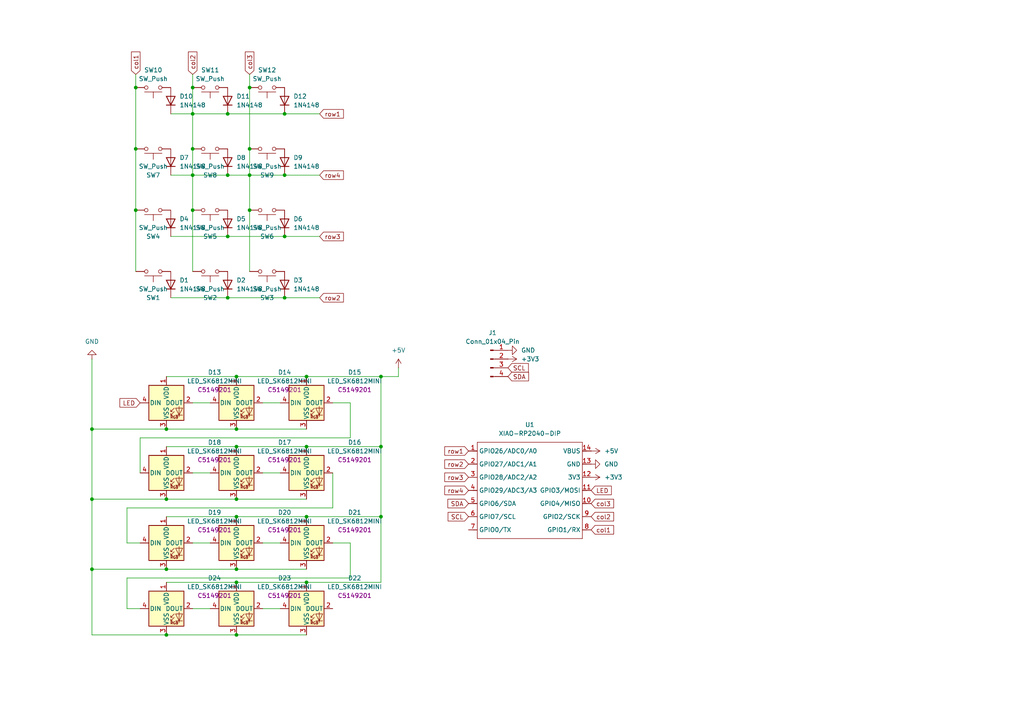
<source format=kicad_sch>
(kicad_sch (version 20231120) (generator "eeschema") (generator_version "8.0")
  (paper "A4")
  (lib_symbols
    (symbol "Connector:Conn_01x04_Pin" (pin_names (offset 1.016) hide)
      (property "Reference" "J" (at 0 5.08 0))
      (property "Value" "Conn_01x04_Pin" (at 0 -7.62 0))
      (symbol "Conn_01x04_Pin_1_1"
        (polyline (pts (xy 1.27 -5.08) (xy 0.8636 -5.08)) (stroke (width 0.1524)))
        (polyline (pts (xy 1.27 -2.54) (xy 0.8636 -2.54)) (stroke (width 0.1524)))
        (polyline (pts (xy 1.27 0) (xy 0.8636 0)) (stroke (width 0.1524)))
        (polyline (pts (xy 1.27 2.54) (xy 0.8636 2.54)) (stroke (width 0.1524)))
        (rectangle (start 0.8636 -4.953) (end 0 -5.207) (stroke (width 0.1524)) (fill (type outline)))
        (rectangle (start 0.8636 -2.413) (end 0 -2.667) (stroke (width 0.1524)) (fill (type outline)))
        (rectangle (start 0.8636 0.127) (end 0 -0.127) (stroke (width 0.1524)) (fill (type outline)))
        (rectangle (start 0.8636 2.667) (end 0 2.413) (stroke (width 0.1524)) (fill (type outline)))
        (pin passive line (at 5.08 2.54 180) (length 3.81) (name "Pin_1") (number "1"))
        (pin passive line (at 5.08 0 180) (length 3.81) (name "Pin_2") (number "2"))
        (pin passive line (at 5.08 -2.54 180) (length 3.81) (name "Pin_3") (number "3"))
        (pin passive line (at 5.08 -5.08 180) (length 3.81) (name "Pin_4") (number "4"))
      )
    )
    (symbol "Diode:1N4148" (pin_numbers hide) (pin_names hide)
      (property "Reference" "D" (at 0 2.54 0))
      (property "Value" "1N4148" (at 0 -2.54 0))
      (symbol "1N4148_0_1"
        (polyline (pts (xy -1.27 1.27) (xy -1.27 -1.27)) (stroke (width 0.254)))
        (polyline (pts (xy 1.27 0) (xy -1.27 0)))
        (polyline (pts (xy 1.27 1.27) (xy 1.27 -1.27) (xy -1.27 0) (xy 1.27 1.27)) (stroke (width 0.254)))
      )
      (symbol "1N4148_1_1"
        (pin passive line (at -3.81 0 0) (length 2.54) (name "K") (number "1"))
        (pin passive line (at 3.81 0 180) (length 2.54) (name "A") (number "2"))
      )
    )
    (symbol "ScottoKeebs:LED_SK6812MINI" (pin_names (offset 0.254))
      (property "Reference" "D" (at 2.032 5.588 0))
      (property "Value" "LED_SK6812MINI" (at 1.27 -5.715 0))
      (property "LCSC" "C5149201" (at 0 0 0))
      (symbol "LED_SK6812MINI_0_0"
        (text "RGB" (at 2.286 -4.191 0) (effects (font (size 0.762 0.762))))
      )
      (symbol "LED_SK6812MINI_0_1"
        (rectangle (start -5.08 5.08) (end 5.08 -5.08) (stroke (width 0.254)) (fill (type background)))
        (polyline (pts (xy 1.27 -3.556) (xy 1.778 -3.556)))
        (polyline (pts (xy 1.27 -2.54) (xy 1.778 -2.54)))
        (polyline (pts (xy 4.699 -3.556) (xy 2.667 -3.556)))
        (polyline (pts (xy 2.286 -2.54) (xy 1.27 -3.556) (xy 1.27 -3.048)))
        (polyline (pts (xy 2.286 -1.524) (xy 1.27 -2.54) (xy 1.27 -2.032)))
        (polyline (pts (xy 3.683 -1.016) (xy 3.683 -3.556) (xy 3.683 -4.064)))
        (polyline (pts (xy 4.699 -1.524) (xy 2.667 -1.524) (xy 3.683 -3.556) (xy 4.699 -1.524)))
      )
      (symbol "LED_SK6812MINI_1_1"
        (pin power_in line (at 0 7.62 270) (length 2.54) (name "VDD") (number "1"))
        (pin output line (at 7.62 0 180) (length 2.54) (name "DOUT") (number "2"))
        (pin power_in line (at 0 -7.62 90) (length 2.54) (name "VSS") (number "3"))
        (pin input line (at -7.62 0 0) (length 2.54) (name "DIN") (number "4"))
      )
    )
    (symbol "Seeed_Studio_XIAO_Series:XIAO-RP2040-DIP"
      (property "Reference" "U" (at 0 0 0))
      (property "Value" "XIAO-RP2040-DIP" (at 5.334 -1.778 0))
      (symbol "XIAO-RP2040-DIP_1_0"
        (polyline (pts (xy -1.27 -30.48) (xy -1.27 -16.51)) (stroke (width 0.1524)))
        (polyline (pts (xy -1.27 -27.94) (xy -2.54 -27.94)) (stroke (width 0.1524)))
        (polyline (pts (xy -1.27 -24.13) (xy -2.54 -24.13)) (stroke (width 0.1524)))
        (polyline (pts (xy -1.27 -20.32) (xy -2.54 -20.32)) (stroke (width 0.1524)))
        (polyline (pts (xy -1.27 -16.51) (xy -2.54 -16.51)) (stroke (width 0.1524)))
        (polyline (pts (xy -1.27 -16.51) (xy -1.27 -12.7)) (stroke (width 0.1524)))
        (polyline (pts (xy -1.27 -12.7) (xy -2.54 -12.7)) (stroke (width 0.1524)))
        (polyline (pts (xy -1.27 -12.7) (xy -1.27 -8.89)) (stroke (width 0.1524)))
        (polyline (pts (xy -1.27 -8.89) (xy -2.54 -8.89)) (stroke (width 0.1524)))
        (polyline (pts (xy -1.27 -8.89) (xy -1.27 -5.08)) (stroke (width 0.1524)))
        (polyline (pts (xy -1.27 -5.08) (xy -2.54 -5.08)) (stroke (width 0.1524)))
        (polyline (pts (xy -1.27 -5.08) (xy -1.27 -2.54)) (stroke (width 0.1524)))
        (polyline (pts (xy -1.27 -2.54) (xy 29.21 -2.54)) (stroke (width 0.1524)))
        (polyline (pts (xy 29.21 -30.48) (xy -1.27 -30.48)) (stroke (width 0.1524)))
        (polyline (pts (xy 29.21 -12.7) (xy 29.21 -30.48)) (stroke (width 0.1524)))
        (polyline (pts (xy 29.21 -8.89) (xy 29.21 -12.7)) (stroke (width 0.1524)))
        (polyline (pts (xy 29.21 -5.08) (xy 29.21 -8.89)) (stroke (width 0.1524)))
        (polyline (pts (xy 29.21 -2.54) (xy 29.21 -5.08)) (stroke (width 0.1524)))
        (polyline (pts (xy 30.48 -27.94) (xy 29.21 -27.94)) (stroke (width 0.1524)))
        (polyline (pts (xy 30.48 -24.13) (xy 29.21 -24.13)) (stroke (width 0.1524)))
        (polyline (pts (xy 30.48 -20.32) (xy 29.21 -20.32)) (stroke (width 0.1524)))
        (polyline (pts (xy 30.48 -16.51) (xy 29.21 -16.51)) (stroke (width 0.1524)))
        (polyline (pts (xy 30.48 -12.7) (xy 29.21 -12.7)) (stroke (width 0.1524)))
        (polyline (pts (xy 30.48 -8.89) (xy 29.21 -8.89)) (stroke (width 0.1524)))
        (polyline (pts (xy 30.48 -5.08) (xy 29.21 -5.08)) (stroke (width 0.1524)))
        (pin passive line (at -3.81 -5.08 0) (length 2.54) (name "GPIO26/ADC0/A0") (number "1"))
        (pin passive line (at 31.75 -20.32 180) (length 2.54) (name "GPIO4/MISO") (number "10"))
        (pin passive line (at 31.75 -16.51 180) (length 2.54) (name "GPIO3/MOSI") (number "11"))
        (pin passive line (at 31.75 -12.7 180) (length 2.54) (name "3V3") (number "12"))
        (pin passive line (at 31.75 -8.89 180) (length 2.54) (name "GND") (number "13"))
        (pin passive line (at 31.75 -5.08 180) (length 2.54) (name "VBUS") (number "14"))
        (pin passive line (at -3.81 -8.89 0) (length 2.54) (name "GPIO27/ADC1/A1") (number "2"))
        (pin passive line (at -3.81 -12.7 0) (length 2.54) (name "GPIO28/ADC2/A2") (number "3"))
        (pin passive line (at -3.81 -16.51 0) (length 2.54) (name "GPIO29/ADC3/A3") (number "4"))
        (pin passive line (at -3.81 -20.32 0) (length 2.54) (name "GPIO6/SDA") (number "5"))
        (pin passive line (at -3.81 -24.13 0) (length 2.54) (name "GPIO7/SCL") (number "6"))
        (pin passive line (at -3.81 -27.94 0) (length 2.54) (name "GPIO0/TX") (number "7"))
        (pin passive line (at 31.75 -27.94 180) (length 2.54) (name "GPIO1/RX") (number "8"))
        (pin passive line (at 31.75 -24.13 180) (length 2.54) (name "GPIO2/SCK") (number "9"))
      )
    )
    (symbol "Switch:SW_Push" (pin_numbers hide) (pin_names (offset 1.016) hide)
      (property "Reference" "SW" (at 1.27 2.54 0))
      (property "Value" "SW_Push" (at 0 -1.524 0))
      (symbol "SW_Push_0_1"
        (circle (center -2.032 0) (radius 0.508))
        (polyline (pts (xy 0 1.27) (xy 0 3.048)))
        (polyline (pts (xy 2.54 1.27) (xy -2.54 1.27)))
        (circle (center 2.032 0) (radius 0.508))
        (pin passive line (at -5.08 0 0) (length 2.54) (name "1") (number "1"))
        (pin passive line (at 5.08 0 180) (length 2.54) (name "2") (number "2"))
      )
    )
    (symbol "power:+3V3" (power) (pin_numbers hide) (pin_names (offset 0) hide)
      (property "Value" "+3V3" (at 0 3.556 0))
      (symbol "+3V3_0_1"
        (polyline (pts (xy -0.762 1.27) (xy 0 2.54)))
        (polyline (pts (xy 0 0) (xy 0 2.54)))
        (polyline (pts (xy 0 2.54) (xy 0.762 1.27)))
      )
      (symbol "+3V3_1_1"
        (pin power_in line (at 0 0 90) (length 0) (name "~") (number "1"))
      )
    )
    (symbol "power:+5V" (power) (pin_numbers hide) (pin_names (offset 0) hide)
      (property "Value" "+5V" (at 0 3.556 0))
      (symbol "+5V_0_1"
        (polyline (pts (xy -0.762 1.27) (xy 0 2.54)))
        (polyline (pts (xy 0 0) (xy 0 2.54)))
        (polyline (pts (xy 0 2.54) (xy 0.762 1.27)))
      )
      (symbol "+5V_1_1"
        (pin power_in line (at 0 0 90) (length 0) (name "~") (number "1"))
      )
    )
    (symbol "power:GND" (power) (pin_numbers hide) (pin_names (offset 0) hide)
      (property "Value" "GND" (at 0 -3.81 0))
      (symbol "GND_0_1"
        (polyline (pts (xy 0 0) (xy 0 -1.27) (xy 1.27 -1.27) (xy 0 -2.54) (xy -1.27 -1.27) (xy 0 -1.27)))
      )
      (symbol "GND_1_1"
        (pin power_in line (at 0 0 270) (length 0) (name "~") (number "1"))
      )
    )
  )
  (junction (at 88.9 168.91))
  (junction (at 55.88 25.4))
  (junction (at 66.04 50.8))
  (junction (at 88.9 129.54))
  (junction (at 55.88 50.8))
  (junction (at 82.55 86.36))
  (junction (at 48.26 144.78))
  (junction (at 26.67 165.1))
  (junction (at 68.58 168.91))
  (junction (at 39.37 60.96))
  (junction (at 72.39 25.4))
  (junction (at 68.58 184.15))
  (junction (at 82.55 68.58))
  (junction (at 72.39 60.96))
  (junction (at 72.39 43.18))
  (junction (at 26.67 144.78))
  (junction (at 68.58 165.1))
  (junction (at 68.58 149.86))
  (junction (at 39.37 25.4))
  (junction (at 39.37 43.18))
  (junction (at 68.58 144.78))
  (junction (at 68.58 129.54))
  (junction (at 55.88 60.96))
  (junction (at 48.26 165.1))
  (junction (at 110.49 149.86))
  (junction (at 55.88 33.02))
  (junction (at 88.9 109.22))
  (junction (at 48.26 184.15))
  (junction (at 88.9 149.86))
  (junction (at 68.58 124.46))
  (junction (at 48.26 124.46))
  (junction (at 82.55 50.8))
  (junction (at 66.04 86.36))
  (junction (at 55.88 43.18))
  (junction (at 26.67 124.46))
  (junction (at 110.49 129.54))
  (junction (at 82.55 33.02))
  (junction (at 66.04 68.58))
  (junction (at 66.04 33.02))
  (junction (at 68.58 109.22))
  (junction (at 110.49 109.22))
  (junction (at 72.39 50.8))
  (wire (pts (xy 88.9 168.91) (xy 110.49 168.91)))
  (wire (pts (xy 49.53 33.02) (xy 55.88 33.02)))
  (wire (pts (xy 55.88 50.8) (xy 55.88 60.96)))
  (wire (pts (xy 82.55 86.36) (xy 92.71 86.36)))
  (wire (pts (xy 48.26 184.15) (xy 68.58 184.15)))
  (wire (pts (xy 96.52 147.32) (xy 36.83 147.32)))
  (wire (pts (xy 48.26 124.46) (xy 68.58 124.46)))
  (wire (pts (xy 48.26 109.22) (xy 68.58 109.22)))
  (wire (pts (xy 66.04 68.58) (xy 82.55 68.58)))
  (wire (pts (xy 110.49 109.22) (xy 110.49 129.54)))
  (wire (pts (xy 72.39 25.4) (xy 72.39 43.18)))
  (wire (pts (xy 48.26 144.78) (xy 68.58 144.78)))
  (wire (pts (xy 39.37 21.59) (xy 39.37 25.4)))
  (wire (pts (xy 55.88 21.59) (xy 55.88 25.4)))
  (wire (pts (xy 68.58 124.46) (xy 88.9 124.46)))
  (wire (pts (xy 68.58 149.86) (xy 88.9 149.86)))
  (wire (pts (xy 68.58 165.1) (xy 88.9 165.1)))
  (wire (pts (xy 68.58 144.78) (xy 88.9 144.78)))
  (wire (pts (xy 101.6 157.48) (xy 101.6 167.64)))
  (wire (pts (xy 36.83 157.48) (xy 40.64 157.48)))
  (wire (pts (xy 55.88 116.84) (xy 60.96 116.84)))
  (wire (pts (xy 48.26 168.91) (xy 68.58 168.91)))
  (wire (pts (xy 110.49 129.54) (xy 110.49 149.86)))
  (wire (pts (xy 26.67 165.1) (xy 26.67 184.15)))
  (wire (pts (xy 66.04 33.02) (xy 82.55 33.02)))
  (wire (pts (xy 36.83 167.64) (xy 36.83 176.53)))
  (wire (pts (xy 96.52 137.16) (xy 96.52 147.32)))
  (wire (pts (xy 76.2 116.84) (xy 81.28 116.84)))
  (wire (pts (xy 55.88 176.53) (xy 60.96 176.53)))
  (wire (pts (xy 26.67 144.78) (xy 26.67 165.1)))
  (wire (pts (xy 49.53 50.8) (xy 55.88 50.8)))
  (wire (pts (xy 101.6 167.64) (xy 36.83 167.64)))
  (wire (pts (xy 26.67 124.46) (xy 48.26 124.46)))
  (wire (pts (xy 88.9 129.54) (xy 110.49 129.54)))
  (wire (pts (xy 76.2 137.16) (xy 81.28 137.16)))
  (wire (pts (xy 68.58 109.22) (xy 88.9 109.22)))
  (wire (pts (xy 82.55 68.58) (xy 92.71 68.58)))
  (wire (pts (xy 39.37 25.4) (xy 39.37 43.18)))
  (wire (pts (xy 26.67 124.46) (xy 26.67 144.78)))
  (wire (pts (xy 26.67 144.78) (xy 48.26 144.78)))
  (wire (pts (xy 55.88 60.96) (xy 55.88 78.74)))
  (wire (pts (xy 26.67 184.15) (xy 48.26 184.15)))
  (wire (pts (xy 55.88 33.02) (xy 66.04 33.02)))
  (wire (pts (xy 68.58 184.15) (xy 88.9 184.15)))
  (wire (pts (xy 72.39 50.8) (xy 72.39 60.96)))
  (wire (pts (xy 26.67 165.1) (xy 48.26 165.1)))
  (wire (pts (xy 39.37 43.18) (xy 39.37 60.96)))
  (wire (pts (xy 66.04 50.8) (xy 72.39 50.8)))
  (wire (pts (xy 36.83 147.32) (xy 36.83 157.48)))
  (wire (pts (xy 36.83 176.53) (xy 40.64 176.53)))
  (wire (pts (xy 66.04 86.36) (xy 82.55 86.36)))
  (wire (pts (xy 96.52 157.48) (xy 101.6 157.48)))
  (wire (pts (xy 55.88 157.48) (xy 60.96 157.48)))
  (wire (pts (xy 55.88 33.02) (xy 55.88 43.18)))
  (wire (pts (xy 68.58 168.91) (xy 88.9 168.91)))
  (wire (pts (xy 55.88 137.16) (xy 60.96 137.16)))
  (wire (pts (xy 55.88 25.4) (xy 55.88 33.02)))
  (wire (pts (xy 72.39 43.18) (xy 72.39 50.8)))
  (wire (pts (xy 115.57 106.68) (xy 115.57 109.22)))
  (wire (pts (xy 72.39 50.8) (xy 82.55 50.8)))
  (wire (pts (xy 72.39 21.59) (xy 72.39 25.4)))
  (wire (pts (xy 88.9 109.22) (xy 110.49 109.22)))
  (wire (pts (xy 72.39 60.96) (xy 72.39 78.74)))
  (wire (pts (xy 110.49 149.86) (xy 110.49 168.91)))
  (wire (pts (xy 48.26 165.1) (xy 68.58 165.1)))
  (wire (pts (xy 26.67 104.14) (xy 26.67 124.46)))
  (wire (pts (xy 55.88 50.8) (xy 66.04 50.8)))
  (wire (pts (xy 48.26 129.54) (xy 68.58 129.54)))
  (wire (pts (xy 55.88 43.18) (xy 55.88 50.8)))
  (wire (pts (xy 39.37 60.96) (xy 39.37 78.74)))
  (wire (pts (xy 40.64 127) (xy 40.64 137.16)))
  (wire (pts (xy 88.9 149.86) (xy 110.49 149.86)))
  (wire (pts (xy 96.52 116.84) (xy 101.6 116.84)))
  (wire (pts (xy 101.6 127) (xy 40.64 127)))
  (wire (pts (xy 49.53 86.36) (xy 66.04 86.36)))
  (wire (pts (xy 76.2 176.53) (xy 81.28 176.53)))
  (wire (pts (xy 49.53 68.58) (xy 66.04 68.58)))
  (wire (pts (xy 48.26 149.86) (xy 68.58 149.86)))
  (wire (pts (xy 101.6 116.84) (xy 101.6 127)))
  (wire (pts (xy 110.49 109.22) (xy 115.57 109.22)))
  (wire (pts (xy 76.2 157.48) (xy 81.28 157.48)))
  (wire (pts (xy 82.55 50.8) (xy 92.71 50.8)))
  (wire (pts (xy 68.58 129.54) (xy 88.9 129.54)))
  (wire (pts (xy 82.55 33.02) (xy 92.71 33.02)))
  (global_label "col2" (shape input) (at 55.88 21.59 90) (property "Intersheetrefs" "${INTERSHEET_REFS}" (effects (hide yes))))
  (global_label "row1" (shape input) (at 92.71 33.02 0) (property "Intersheetrefs" "${INTERSHEET_REFS}" (effects (hide yes))))
  (global_label "row2" (shape input) (at 135.89 134.62 180) (property "Intersheetrefs" "${INTERSHEET_REFS}" (effects (hide yes))))
  (global_label "row3" (shape input) (at 92.71 68.58 0) (property "Intersheetrefs" "${INTERSHEET_REFS}" (effects (hide yes))))
  (global_label "row4" (shape input) (at 92.71 50.8 0) (property "Intersheetrefs" "${INTERSHEET_REFS}" (effects (hide yes))))
  (global_label "SDA" (shape input) (at 135.89 146.05 180) (property "Intersheetrefs" "${INTERSHEET_REFS}" (effects (hide yes))))
  (global_label "LED" (shape input) (at 40.64 116.84 180) (property "Intersheetrefs" "${INTERSHEET_REFS}" (effects (hide yes))))
  (global_label "SCL" (shape input) (at 135.89 149.86 180) (property "Intersheetrefs" "${INTERSHEET_REFS}" (effects (hide yes))))
  (global_label "col3" (shape input) (at 72.39 21.59 90) (property "Intersheetrefs" "${INTERSHEET_REFS}" (effects (hide yes))))
  (global_label "col1" (shape input) (at 171.45 153.67 0) (property "Intersheetrefs" "${INTERSHEET_REFS}" (effects (hide yes))))
  (global_label "col1" (shape input) (at 39.37 21.59 90) (property "Intersheetrefs" "${INTERSHEET_REFS}" (effects (hide yes))))
  (global_label "row2" (shape input) (at 92.71 86.36 0) (property "Intersheetrefs" "${INTERSHEET_REFS}" (effects (hide yes))))
  (global_label "LED" (shape input) (at 171.45 142.24 0) (property "Intersheetrefs" "${INTERSHEET_REFS}" (effects (hide yes))))
  (global_label "SCL" (shape input) (at 147.32 106.68 0) (property "Intersheetrefs" "${INTERSHEET_REFS}" (effects (hide yes))))
  (global_label "row3" (shape input) (at 135.89 138.43 180) (property "Intersheetrefs" "${INTERSHEET_REFS}" (effects (hide yes))))
  (global_label "col3" (shape input) (at 171.45 146.05 0) (property "Intersheetrefs" "${INTERSHEET_REFS}" (effects (hide yes))))
  (global_label "row4" (shape input) (at 135.89 142.24 180) (property "Intersheetrefs" "${INTERSHEET_REFS}" (effects (hide yes))))
  (global_label "row1" (shape input) (at 135.89 130.81 180) (property "Intersheetrefs" "${INTERSHEET_REFS}" (effects (hide yes))))
  (global_label "col2" (shape input) (at 171.45 149.86 0) (property "Intersheetrefs" "${INTERSHEET_REFS}" (effects (hide yes))))
  (global_label "SDA" (shape input) (at 147.32 109.22 0) (property "Intersheetrefs" "${INTERSHEET_REFS}" (effects (hide yes))))
  (symbol (lib_id "Switch:SW_Push") (at 60.96 25.4 180) (unit 1)
    (property "Reference" "SW11" (at 60.96 20.32 0))
    (property "Value" "SW_Push" (at 60.96 22.86 0))
    (property "Footprint" "Button_Switch_Keyboard:SW_Cherry_MX_1.00u_PCB" (effects (hide yes)))
    (property "Description" "Push button switch, generic, two pins" (effects (hide yes)))
  )
  (symbol (lib_id "power:GND") (at 26.67 104.14 180) (unit 1)
    (property "Reference" "#PWR4" (effects (hide yes)))
    (property "Value" "GND" (at 26.67 99.06 0))
    (property "Description" "Power symbol creates a global label with name \"GND\" , ground" (effects (hide yes)))
  )
  (symbol (lib_id "Switch:SW_Push") (at 44.45 60.96 180) (unit 1)
    (property "Reference" "SW4" (at 44.45 68.58 0))
    (property "Value" "SW_Push" (at 44.45 66.04 0))
    (property "Footprint" "Button_Switch_Keyboard:SW_Cherry_MX_1.00u_PCB" (effects (hide yes)))
    (property "Description" "Push button switch, generic, two pins" (effects (hide yes)))
  )
  (symbol (lib_id "Switch:SW_Push") (at 44.45 43.18 180) (unit 1)
    (property "Reference" "SW7" (at 44.45 50.8 0))
    (property "Value" "SW_Push" (at 44.45 48.26 0))
    (property "Footprint" "Button_Switch_Keyboard:SW_Cherry_MX_1.00u_PCB" (effects (hide yes)))
    (property "Description" "Push button switch, generic, two pins" (effects (hide yes)))
  )
  (symbol (lib_id "ScottoKeebs:LED_SK6812MINI") (at 48.26 137.16 0) (unit 1)
    (property "Reference" "D18" (at 62.23 128.3014 0))
    (property "Value" "LED_SK6812MINI" (at 62.23 130.8414 0))
    (property "Footprint" "footprints:LED_SK6812MINI" (effects (hide yes)))
    (property "Datasheet" "https://cdn-shop.adafruit.com/product-files/2686/SK6812MINI_REV.01-1-2.pdf" (effects (hide yes)))
    (property "Description" "RGB LED with integrated controller" (effects (hide yes)))
    (property "LCSC" "C5149201" (at 62.23 133.3814 0))
  )
  (symbol (lib_id "Diode:1N4148") (at 66.04 82.55 90) (unit 1)
    (property "Reference" "D2" (at 68.58 81.2799 90) (effects (justify right)))
    (property "Value" "1N4148" (at 68.58 83.8199 90) (effects (justify right)))
    (property "Footprint" "Diode_THT:D_DO-35_SOD27_P7.62mm_Horizontal" (effects (hide yes)))
    (property "Datasheet" "https://assets.nexperia.com/documents/data-sheet/1N4148_1N4448.pdf" (effects (hide yes)))
    (property "Description" "100V 0.15A standard switching diode, DO-35" (effects (hide yes)))
    (property "Sim.Device" "D" (effects (hide yes)))
    (property "Sim.Pins" "1=K 2=A" (effects (hide yes)))
  )
  (symbol (lib_id "ScottoKeebs:LED_SK6812MINI") (at 88.9 137.16 0) (unit 1)
    (property "Reference" "D16" (at 102.87 128.3014 0))
    (property "Value" "LED_SK6812MINI" (at 102.87 130.8414 0))
    (property "Footprint" "footprints:LED_SK6812MINI" (effects (hide yes)))
    (property "Datasheet" "https://cdn-shop.adafruit.com/product-files/2686/SK6812MINI_REV.01-1-2.pdf" (effects (hide yes)))
    (property "Description" "RGB LED with integrated controller" (effects (hide yes)))
    (property "LCSC" "C5149201" (at 102.87 133.3814 0))
  )
  (symbol (lib_id "ScottoKeebs:LED_SK6812MINI") (at 48.26 176.53 0) (unit 1)
    (property "Reference" "D24" (at 62.23 167.6714 0))
    (property "Value" "LED_SK6812MINI" (at 62.23 170.2114 0))
    (property "Footprint" "footprints:LED_SK6812MINI" (effects (hide yes)))
    (property "Datasheet" "https://cdn-shop.adafruit.com/product-files/2686/SK6812MINI_REV.01-1-2.pdf" (effects (hide yes)))
    (property "Description" "RGB LED with integrated controller" (effects (hide yes)))
    (property "LCSC" "C5149201" (at 62.23 172.7514 0))
  )
  (symbol (lib_id "Switch:SW_Push") (at 77.47 43.18 180) (unit 1)
    (property "Reference" "SW9" (at 77.47 50.8 0))
    (property "Value" "SW_Push" (at 77.47 48.26 0))
    (property "Footprint" "Button_Switch_Keyboard:SW_Cherry_MX_1.00u_PCB" (effects (hide yes)))
    (property "Description" "Push button switch, generic, two pins" (effects (hide yes)))
  )
  (symbol (lib_id "Diode:1N4148") (at 49.53 46.99 90) (unit 1)
    (property "Reference" "D7" (at 52.07 45.7199 90) (effects (justify right)))
    (property "Value" "1N4148" (at 52.07 48.2599 90) (effects (justify right)))
    (property "Footprint" "Diode_THT:D_DO-35_SOD27_P7.62mm_Horizontal" (effects (hide yes)))
    (property "Datasheet" "https://assets.nexperia.com/documents/data-sheet/1N4148_1N4448.pdf" (effects (hide yes)))
    (property "Description" "100V 0.15A standard switching diode, DO-35" (effects (hide yes)))
    (property "Sim.Device" "D" (effects (hide yes)))
    (property "Sim.Pins" "1=K 2=A" (effects (hide yes)))
  )
  (symbol (lib_id "Connector:Conn_01x04_Pin") (at 142.24 104.14 0) (unit 1)
    (property "Reference" "J1" (at 142.875 96.52 0))
    (property "Value" "Conn_01x04_Pin" (at 142.875 99.06 0))
    (property "Footprint" "footprints:SSD1306-0.91-OLED-4pin-128x32" (effects (hide yes)))
    (property "Description" "Generic connector, single row, 01x04, script generated" (effects (hide yes)))
  )
  (symbol (lib_id "power:GND") (at 171.45 134.62 90) (unit 1)
    (property "Reference" "#PWR1" (effects (hide yes)))
    (property "Value" "GND" (at 175.26 134.6199 90) (effects (justify right)))
    (property "Description" "Power symbol creates a global label with name \"GND\" , ground" (effects (hide yes)))
  )
  (symbol (lib_id "Diode:1N4148") (at 49.53 29.21 90) (unit 1)
    (property "Reference" "D10" (at 52.07 27.9399 90) (effects (justify right)))
    (property "Value" "1N4148" (at 52.07 30.4799 90) (effects (justify right)))
    (property "Footprint" "Diode_THT:D_DO-35_SOD27_P7.62mm_Horizontal" (effects (hide yes)))
    (property "Datasheet" "https://assets.nexperia.com/documents/data-sheet/1N4148_1N4448.pdf" (effects (hide yes)))
    (property "Description" "100V 0.15A standard switching diode, DO-35" (effects (hide yes)))
    (property "Sim.Device" "D" (effects (hide yes)))
    (property "Sim.Pins" "1=K 2=A" (effects (hide yes)))
  )
  (symbol (lib_id "ScottoKeebs:LED_SK6812MINI") (at 68.58 116.84 0) (unit 1)
    (property "Reference" "D14" (at 82.55 107.9814 0))
    (property "Value" "LED_SK6812MINI" (at 82.55 110.5214 0))
    (property "Footprint" "footprints:LED_SK6812MINI" (effects (hide yes)))
    (property "Datasheet" "https://cdn-shop.adafruit.com/product-files/2686/SK6812MINI_REV.01-1-2.pdf" (effects (hide yes)))
    (property "Description" "RGB LED with integrated controller" (effects (hide yes)))
    (property "LCSC" "C5149201" (at 82.55 113.0614 0))
  )
  (symbol (lib_id "Switch:SW_Push") (at 77.47 25.4 180) (unit 1)
    (property "Reference" "SW12" (at 77.47 20.32 0))
    (property "Value" "SW_Push" (at 77.47 22.86 0))
    (property "Footprint" "Button_Switch_Keyboard:SW_Cherry_MX_1.00u_PCB" (effects (hide yes)))
    (property "Description" "Push button switch, generic, two pins" (effects (hide yes)))
  )
  (symbol (lib_id "Diode:1N4148") (at 82.55 82.55 90) (unit 1)
    (property "Reference" "D3" (at 85.09 81.2799 90) (effects (justify right)))
    (property "Value" "1N4148" (at 85.09 83.8199 90) (effects (justify right)))
    (property "Footprint" "Diode_THT:D_DO-35_SOD27_P7.62mm_Horizontal" (effects (hide yes)))
    (property "Datasheet" "https://assets.nexperia.com/documents/data-sheet/1N4148_1N4448.pdf" (effects (hide yes)))
    (property "Description" "100V 0.15A standard switching diode, DO-35" (effects (hide yes)))
    (property "Sim.Device" "D" (effects (hide yes)))
    (property "Sim.Pins" "1=K 2=A" (effects (hide yes)))
  )
  (symbol (lib_id "power:+3V3") (at 147.32 104.14 270) (unit 1)
    (property "Reference" "#PWR3" (effects (hide yes)))
    (property "Value" "+3V3" (at 151.13 104.1399 90) (effects (justify left)))
    (property "Description" "Power symbol creates a global label with name \"+3V3\"" (effects (hide yes)))
  )
  (symbol (lib_id "Diode:1N4148") (at 66.04 64.77 90) (unit 1)
    (property "Reference" "D5" (at 68.58 63.4999 90) (effects (justify right)))
    (property "Value" "1N4148" (at 68.58 66.0399 90) (effects (justify right)))
    (property "Footprint" "Diode_THT:D_DO-35_SOD27_P7.62mm_Horizontal" (effects (hide yes)))
    (property "Datasheet" "https://assets.nexperia.com/documents/data-sheet/1N4148_1N4448.pdf" (effects (hide yes)))
    (property "Description" "100V 0.15A standard switching diode, DO-35" (effects (hide yes)))
    (property "Sim.Device" "D" (effects (hide yes)))
    (property "Sim.Pins" "1=K 2=A" (effects (hide yes)))
  )
  (symbol (lib_id "ScottoKeebs:LED_SK6812MINI") (at 68.58 176.53 0) (unit 1)
    (property "Reference" "D23" (at 82.55 167.6714 0))
    (property "Value" "LED_SK6812MINI" (at 82.55 170.2114 0))
    (property "Footprint" "footprints:LED_SK6812MINI" (effects (hide yes)))
    (property "Datasheet" "https://cdn-shop.adafruit.com/product-files/2686/SK6812MINI_REV.01-1-2.pdf" (effects (hide yes)))
    (property "Description" "RGB LED with integrated controller" (effects (hide yes)))
    (property "LCSC" "C5149201" (at 82.55 172.7514 0))
  )
  (symbol (lib_id "Switch:SW_Push") (at 60.96 43.18 180) (unit 1)
    (property "Reference" "SW8" (at 60.96 50.8 0))
    (property "Value" "SW_Push" (at 60.96 48.26 0))
    (property "Footprint" "Button_Switch_Keyboard:SW_Cherry_MX_1.00u_PCB" (effects (hide yes)))
    (property "Description" "Push button switch, generic, two pins" (effects (hide yes)))
  )
  (symbol (lib_id "ScottoKeebs:LED_SK6812MINI") (at 68.58 157.48 0) (unit 1)
    (property "Reference" "D20" (at 82.55 148.6214 0))
    (property "Value" "LED_SK6812MINI" (at 82.55 151.1614 0))
    (property "Footprint" "footprints:LED_SK6812MINI" (effects (hide yes)))
    (property "Datasheet" "https://cdn-shop.adafruit.com/product-files/2686/SK6812MINI_REV.01-1-2.pdf" (effects (hide yes)))
    (property "Description" "RGB LED with integrated controller" (effects (hide yes)))
    (property "LCSC" "C5149201" (at 82.55 153.7014 0))
  )
  (symbol (lib_id "Seeed_Studio_XIAO_Series:XIAO-RP2040-DIP") (at 139.7 125.73 0) (unit 1)
    (property "Reference" "U1" (at 153.67 123.19 0))
    (property "Value" "XIAO-RP2040-DIP" (at 153.67 125.73 0))
    (property "Footprint" "footprints:XIAO-RP2040-DIP" (effects (hide yes)))
  )
  (symbol (lib_id "Switch:SW_Push") (at 44.45 78.74 180) (unit 1)
    (property "Reference" "SW1" (at 44.45 86.36 0))
    (property "Value" "SW_Push" (at 44.45 83.82 0))
    (property "Footprint" "Button_Switch_Keyboard:SW_Cherry_MX_1.00u_PCB" (effects (hide yes)))
    (property "Description" "Push button switch, generic, two pins" (effects (hide yes)))
  )
  (symbol (lib_id "ScottoKeebs:LED_SK6812MINI") (at 68.58 137.16 0) (unit 1)
    (property "Reference" "D17" (at 82.55 128.3014 0))
    (property "Value" "LED_SK6812MINI" (at 82.55 130.8414 0))
    (property "Footprint" "footprints:LED_SK6812MINI" (effects (hide yes)))
    (property "Datasheet" "https://cdn-shop.adafruit.com/product-files/2686/SK6812MINI_REV.01-1-2.pdf" (effects (hide yes)))
    (property "Description" "RGB LED with integrated controller" (effects (hide yes)))
    (property "LCSC" "C5149201" (at 82.55 133.3814 0))
  )
  (symbol (lib_id "Diode:1N4148") (at 82.55 29.21 90) (unit 1)
    (property "Reference" "D12" (at 85.09 27.9399 90) (effects (justify right)))
    (property "Value" "1N4148" (at 85.09 30.4799 90) (effects (justify right)))
    (property "Footprint" "Diode_THT:D_DO-35_SOD27_P7.62mm_Horizontal" (effects (hide yes)))
    (property "Datasheet" "https://assets.nexperia.com/documents/data-sheet/1N4148_1N4448.pdf" (effects (hide yes)))
    (property "Description" "100V 0.15A standard switching diode, DO-35" (effects (hide yes)))
    (property "Sim.Device" "D" (effects (hide yes)))
    (property "Sim.Pins" "1=K 2=A" (effects (hide yes)))
  )
  (symbol (lib_id "Switch:SW_Push") (at 60.96 60.96 180) (unit 1)
    (property "Reference" "SW5" (at 60.96 68.58 0))
    (property "Value" "SW_Push" (at 60.96 66.04 0))
    (property "Footprint" "Button_Switch_Keyboard:SW_Cherry_MX_1.00u_PCB" (effects (hide yes)))
    (property "Description" "Push button switch, generic, two pins" (effects (hide yes)))
  )
  (symbol (lib_id "ScottoKeebs:LED_SK6812MINI") (at 88.9 176.53 0) (unit 1)
    (property "Reference" "D22" (at 102.87 167.6714 0))
    (property "Value" "LED_SK6812MINI" (at 102.87 170.2114 0))
    (property "Footprint" "footprints:LED_SK6812MINI" (effects (hide yes)))
    (property "Datasheet" "https://cdn-shop.adafruit.com/product-files/2686/SK6812MINI_REV.01-1-2.pdf" (effects (hide yes)))
    (property "Description" "RGB LED with integrated controller" (effects (hide yes)))
    (property "LCSC" "C5149201" (at 102.87 172.7514 0))
  )
  (symbol (lib_id "ScottoKeebs:LED_SK6812MINI") (at 88.9 116.84 0) (unit 1)
    (property "Reference" "D15" (at 102.87 107.9814 0))
    (property "Value" "LED_SK6812MINI" (at 102.87 110.5214 0))
    (property "Footprint" "footprints:LED_SK6812MINI" (effects (hide yes)))
    (property "Datasheet" "https://cdn-shop.adafruit.com/product-files/2686/SK6812MINI_REV.01-1-2.pdf" (effects (hide yes)))
    (property "Description" "RGB LED with integrated controller" (effects (hide yes)))
    (property "LCSC" "C5149201" (at 102.87 113.0614 0))
  )
  (symbol (lib_id "Diode:1N4148") (at 49.53 82.55 90) (unit 1)
    (property "Reference" "D1" (at 52.07 81.2799 90) (effects (justify right)))
    (property "Value" "1N4148" (at 52.07 83.8199 90) (effects (justify right)))
    (property "Footprint" "Diode_THT:D_DO-35_SOD27_P7.62mm_Horizontal" (effects (hide yes)))
    (property "Datasheet" "https://assets.nexperia.com/documents/data-sheet/1N4148_1N4448.pdf" (effects (hide yes)))
    (property "Description" "100V 0.15A standard switching diode, DO-35" (effects (hide yes)))
    (property "Sim.Device" "D" (effects (hide yes)))
    (property "Sim.Pins" "1=K 2=A" (effects (hide yes)))
  )
  (symbol (lib_id "ScottoKeebs:LED_SK6812MINI") (at 48.26 116.84 0) (unit 1)
    (property "Reference" "D13" (at 62.23 107.9814 0))
    (property "Value" "LED_SK6812MINI" (at 62.23 110.5214 0))
    (property "Footprint" "footprints:LED_SK6812MINI" (effects (hide yes)))
    (property "Datasheet" "https://cdn-shop.adafruit.com/product-files/2686/SK6812MINI_REV.01-1-2.pdf" (effects (hide yes)))
    (property "Description" "RGB LED with integrated controller" (effects (hide yes)))
    (property "LCSC" "C5149201" (at 62.23 113.0614 0))
  )
  (symbol (lib_id "power:GND") (at 147.32 101.6 90) (unit 1)
    (property "Reference" "#PWR2" (effects (hide yes)))
    (property "Value" "GND" (at 151.13 101.5999 90) (effects (justify right)))
    (property "Description" "Power symbol creates a global label with name \"GND\" , ground" (effects (hide yes)))
  )
  (symbol (lib_id "power:+3V3") (at 171.45 138.43 270) (unit 1)
    (property "Reference" "#PWR7" (effects (hide yes)))
    (property "Value" "+3V3" (at 175.26 138.4299 90) (effects (justify left)))
    (property "Description" "Power symbol creates a global label with name \"+3V3\"" (effects (hide yes)))
  )
  (symbol (lib_id "Switch:SW_Push") (at 60.96 78.74 180) (unit 1)
    (property "Reference" "SW2" (at 60.96 86.36 0))
    (property "Value" "SW_Push" (at 60.96 83.82 0))
    (property "Footprint" "Button_Switch_Keyboard:SW_Cherry_MX_1.00u_PCB" (effects (hide yes)))
    (property "Description" "Push button switch, generic, two pins" (effects (hide yes)))
  )
  (symbol (lib_id "power:+5V") (at 171.45 130.81 270) (unit 1)
    (property "Reference" "#PWR6" (effects (hide yes)))
    (property "Value" "+5V" (at 175.26 130.8099 90) (effects (justify left)))
    (property "Description" "Power symbol creates a global label with name \"+5V\"" (effects (hide yes)))
  )
  (symbol (lib_id "Diode:1N4148") (at 49.53 64.77 90) (unit 1)
    (property "Reference" "D4" (at 52.07 63.4999 90) (effects (justify right)))
    (property "Value" "1N4148" (at 52.07 66.0399 90) (effects (justify right)))
    (property "Footprint" "Diode_THT:D_DO-35_SOD27_P7.62mm_Horizontal" (effects (hide yes)))
    (property "Datasheet" "https://assets.nexperia.com/documents/data-sheet/1N4148_1N4448.pdf" (effects (hide yes)))
    (property "Description" "100V 0.15A standard switching diode, DO-35" (effects (hide yes)))
    (property "Sim.Device" "D" (effects (hide yes)))
    (property "Sim.Pins" "1=K 2=A" (effects (hide yes)))
  )
  (symbol (lib_id "Switch:SW_Push") (at 44.45 25.4 180) (unit 1)
    (property "Reference" "SW10" (at 44.45 20.32 0))
    (property "Value" "SW_Push" (at 44.45 22.86 0))
    (property "Footprint" "Button_Switch_Keyboard:SW_Cherry_MX_1.00u_PCB" (effects (hide yes)))
    (property "Description" "Push button switch, generic, two pins" (effects (hide yes)))
  )
  (symbol (lib_id "power:+5V") (at 115.57 106.68 0) (unit 1)
    (property "Reference" "#PWR5" (effects (hide yes)))
    (property "Value" "+5V" (at 115.57 101.6 0))
    (property "Description" "Power symbol creates a global label with name \"+5V\"" (effects (hide yes)))
  )
  (symbol (lib_id "Switch:SW_Push") (at 77.47 60.96 180) (unit 1)
    (property "Reference" "SW6" (at 77.47 68.58 0))
    (property "Value" "SW_Push" (at 77.47 66.04 0))
    (property "Footprint" "Button_Switch_Keyboard:SW_Cherry_MX_1.00u_PCB" (effects (hide yes)))
    (property "Description" "Push button switch, generic, two pins" (effects (hide yes)))
  )
  (symbol (lib_id "Diode:1N4148") (at 66.04 46.99 90) (unit 1)
    (property "Reference" "D8" (at 68.58 45.7199 90) (effects (justify right)))
    (property "Value" "1N4148" (at 68.58 48.2599 90) (effects (justify right)))
    (property "Footprint" "Diode_THT:D_DO-35_SOD27_P7.62mm_Horizontal" (effects (hide yes)))
    (property "Datasheet" "https://assets.nexperia.com/documents/data-sheet/1N4148_1N4448.pdf" (effects (hide yes)))
    (property "Description" "100V 0.15A standard switching diode, DO-35" (effects (hide yes)))
    (property "Sim.Device" "D" (effects (hide yes)))
    (property "Sim.Pins" "1=K 2=A" (effects (hide yes)))
  )
  (symbol (lib_id "Switch:SW_Push") (at 77.47 78.74 180) (unit 1)
    (property "Reference" "SW3" (at 77.47 86.36 0))
    (property "Value" "SW_Push" (at 77.47 83.82 0))
    (property "Footprint" "Button_Switch_Keyboard:SW_Cherry_MX_1.00u_PCB" (effects (hide yes)))
    (property "Description" "Push button switch, generic, two pins" (effects (hide yes)))
  )
  (symbol (lib_id "Diode:1N4148") (at 82.55 46.99 90) (unit 1)
    (property "Reference" "D9" (at 85.09 45.7199 90) (effects (justify right)))
    (property "Value" "1N4148" (at 85.09 48.2599 90) (effects (justify right)))
    (property "Footprint" "Diode_THT:D_DO-35_SOD27_P7.62mm_Horizontal" (effects (hide yes)))
    (property "Datasheet" "https://assets.nexperia.com/documents/data-sheet/1N4148_1N4448.pdf" (effects (hide yes)))
    (property "Description" "100V 0.15A standard switching diode, DO-35" (effects (hide yes)))
    (property "Sim.Device" "D" (effects (hide yes)))
    (property "Sim.Pins" "1=K 2=A" (effects (hide yes)))
  )
  (symbol (lib_id "ScottoKeebs:LED_SK6812MINI") (at 88.9 157.48 0) (unit 1)
    (property "Reference" "D21" (at 102.87 148.6214 0))
    (property "Value" "LED_SK6812MINI" (at 102.87 151.1614 0))
    (property "Footprint" "footprints:LED_SK6812MINI" (effects (hide yes)))
    (property "Datasheet" "https://cdn-shop.adafruit.com/product-files/2686/SK6812MINI_REV.01-1-2.pdf" (effects (hide yes)))
    (property "Description" "RGB LED with integrated controller" (effects (hide yes)))
    (property "LCSC" "C5149201" (at 102.87 153.7014 0))
  )
  (symbol (lib_id "Diode:1N4148") (at 82.55 64.77 90) (unit 1)
    (property "Reference" "D6" (at 85.09 63.4999 90) (effects (justify right)))
    (property "Value" "1N4148" (at 85.09 66.0399 90) (effects (justify right)))
    (property "Footprint" "Diode_THT:D_DO-35_SOD27_P7.62mm_Horizontal" (effects (hide yes)))
    (property "Datasheet" "https://assets.nexperia.com/documents/data-sheet/1N4148_1N4448.pdf" (effects (hide yes)))
    (property "Description" "100V 0.15A standard switching diode, DO-35" (effects (hide yes)))
    (property "Sim.Device" "D" (effects (hide yes)))
    (property "Sim.Pins" "1=K 2=A" (effects (hide yes)))
  )
  (symbol (lib_id "Diode:1N4148") (at 66.04 29.21 90) (unit 1)
    (property "Reference" "D11" (at 68.58 27.9399 90) (effects (justify right)))
    (property "Value" "1N4148" (at 68.58 30.4799 90) (effects (justify right)))
    (property "Footprint" "Diode_THT:D_DO-35_SOD27_P7.62mm_Horizontal" (effects (hide yes)))
    (property "Datasheet" "https://assets.nexperia.com/documents/data-sheet/1N4148_1N4448.pdf" (effects (hide yes)))
    (property "Description" "100V 0.15A standard switching diode, DO-35" (effects (hide yes)))
    (property "Sim.Device" "D" (effects (hide yes)))
    (property "Sim.Pins" "1=K 2=A" (effects (hide yes)))
  )
  (symbol (lib_id "ScottoKeebs:LED_SK6812MINI") (at 48.26 157.48 0) (unit 1)
    (property "Reference" "D19" (at 62.23 148.6214 0))
    (property "Value" "LED_SK6812MINI" (at 62.23 151.1614 0))
    (property "Footprint" "footprints:LED_SK6812MINI" (effects (hide yes)))
    (property "Datasheet" "https://cdn-shop.adafruit.com/product-files/2686/SK6812MINI_REV.01-1-2.pdf" (effects (hide yes)))
    (property "Description" "RGB LED with integrated controller" (effects (hide yes)))
    (property "LCSC" "C5149201" (at 62.23 153.7014 0))
  )
)
</source>
